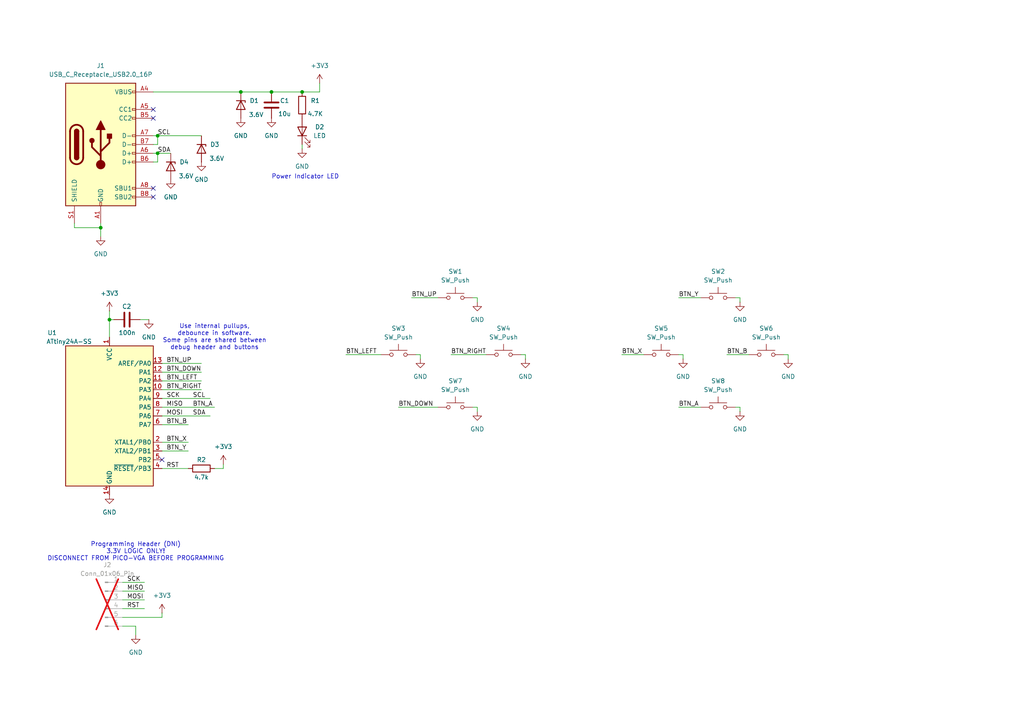
<source format=kicad_sch>
(kicad_sch (version 20231120) (generator "eeschema") (generator_version "8.0")
  (paper "A4")
  (lib_symbols
    (symbol "+3V3_1" (power) (pin_numbers hide) (pin_names (offset 0) hide)
      (property "Value" "+3V3" (at 0 3.556 0))
      (symbol "+3V3_1_0_1"
        (polyline (pts (xy -0.762 1.27) (xy 0 2.54)))
        (polyline (pts (xy 0 0) (xy 0 2.54)))
        (polyline (pts (xy 0 2.54) (xy 0.762 1.27)))
      )
      (symbol "+3V3_1_1_1"
        (pin power_in line (at 0 0 90) (length 0) (name "~") (number "1"))
      )
    )
    (symbol "Connector:Conn_01x06_Pin" (pin_names (offset 1.016) hide)
      (property "Reference" "J" (at 0 7.62 0))
      (property "Value" "Conn_01x06_Pin" (at 0 -10.16 0))
      (symbol "Conn_01x06_Pin_1_1"
        (polyline (pts (xy 1.27 -7.62) (xy 0.8636 -7.62)) (stroke (width 0.1524)))
        (polyline (pts (xy 1.27 -5.08) (xy 0.8636 -5.08)) (stroke (width 0.1524)))
        (polyline (pts (xy 1.27 -2.54) (xy 0.8636 -2.54)) (stroke (width 0.1524)))
        (polyline (pts (xy 1.27 0) (xy 0.8636 0)) (stroke (width 0.1524)))
        (polyline (pts (xy 1.27 2.54) (xy 0.8636 2.54)) (stroke (width 0.1524)))
        (polyline (pts (xy 1.27 5.08) (xy 0.8636 5.08)) (stroke (width 0.1524)))
        (rectangle (start 0.8636 -7.493) (end 0 -7.747) (stroke (width 0.1524)) (fill (type outline)))
        (rectangle (start 0.8636 -4.953) (end 0 -5.207) (stroke (width 0.1524)) (fill (type outline)))
        (rectangle (start 0.8636 -2.413) (end 0 -2.667) (stroke (width 0.1524)) (fill (type outline)))
        (rectangle (start 0.8636 0.127) (end 0 -0.127) (stroke (width 0.1524)) (fill (type outline)))
        (rectangle (start 0.8636 2.667) (end 0 2.413) (stroke (width 0.1524)) (fill (type outline)))
        (rectangle (start 0.8636 5.207) (end 0 4.953) (stroke (width 0.1524)) (fill (type outline)))
        (pin passive line (at 5.08 5.08 180) (length 3.81) (name "Pin_1") (number "1"))
        (pin passive line (at 5.08 2.54 180) (length 3.81) (name "Pin_2") (number "2"))
        (pin passive line (at 5.08 0 180) (length 3.81) (name "Pin_3") (number "3"))
        (pin passive line (at 5.08 -2.54 180) (length 3.81) (name "Pin_4") (number "4"))
        (pin passive line (at 5.08 -5.08 180) (length 3.81) (name "Pin_5") (number "5"))
        (pin passive line (at 5.08 -7.62 180) (length 3.81) (name "Pin_6") (number "6"))
      )
    )
    (symbol "Connector:USB_C_Receptacle_USB2.0_16P" (pin_names (offset 1.016))
      (property "Reference" "J" (at 0 22.225 0))
      (property "Value" "USB_C_Receptacle_USB2.0_16P" (at 0 19.685 0))
      (symbol "USB_C_Receptacle_USB2.0_16P_0_0"
        (rectangle (start -0.254 -17.78) (end 0.254 -16.764))
        (rectangle (start 10.16 -14.986) (end 9.144 -15.494))
        (rectangle (start 10.16 -12.446) (end 9.144 -12.954))
        (rectangle (start 10.16 -4.826) (end 9.144 -5.334))
        (rectangle (start 10.16 -2.286) (end 9.144 -2.794))
        (rectangle (start 10.16 0.254) (end 9.144 -0.254))
        (rectangle (start 10.16 2.794) (end 9.144 2.286))
        (rectangle (start 10.16 7.874) (end 9.144 7.366))
        (rectangle (start 10.16 10.414) (end 9.144 9.906))
        (rectangle (start 10.16 15.494) (end 9.144 14.986))
      )
      (symbol "USB_C_Receptacle_USB2.0_16P_0_1"
        (rectangle (start -10.16 17.78) (end 10.16 -17.78) (stroke (width 0.254)) (fill (type background)))
        (arc (start -8.89 -3.81) (mid -6.985 -5.7067) (end -5.08 -3.81) (stroke (width 0.508)))
        (arc (start -7.62 -3.81) (mid -6.985 -4.4423) (end -6.35 -3.81) (stroke (width 0.254)))
        (arc (start -7.62 -3.81) (mid -6.985 -4.4423) (end -6.35 -3.81) (stroke (width 0.254)) (fill (type outline)))
        (rectangle (start -7.62 -3.81) (end -6.35 3.81) (stroke (width 0.254)) (fill (type outline)))
        (arc (start -6.35 3.81) (mid -6.985 4.4423) (end -7.62 3.81) (stroke (width 0.254)))
        (arc (start -6.35 3.81) (mid -6.985 4.4423) (end -7.62 3.81) (stroke (width 0.254)) (fill (type outline)))
        (arc (start -5.08 3.81) (mid -6.985 5.7067) (end -8.89 3.81) (stroke (width 0.508)))
        (circle (center -2.54 1.143) (radius 0.635) (stroke (width 0.254)) (fill (type outline)))
        (circle (center 0 -5.842) (radius 1.27) (fill (type outline)))
        (polyline (pts (xy -8.89 -3.81) (xy -8.89 3.81)) (stroke (width 0.508)))
        (polyline (pts (xy -5.08 3.81) (xy -5.08 -3.81)) (stroke (width 0.508)))
        (polyline (pts (xy 0 -5.842) (xy 0 4.318)) (stroke (width 0.508)))
        (polyline (pts (xy 0 -3.302) (xy -2.54 -0.762) (xy -2.54 0.508)) (stroke (width 0.508)))
        (polyline (pts (xy 0 -2.032) (xy 2.54 0.508) (xy 2.54 1.778)) (stroke (width 0.508)))
        (polyline (pts (xy -1.27 4.318) (xy 0 6.858) (xy 1.27 4.318) (xy -1.27 4.318)) (stroke (width 0.254)) (fill (type outline)))
        (rectangle (start 1.905 1.778) (end 3.175 3.048) (stroke (width 0.254)) (fill (type outline)))
      )
      (symbol "USB_C_Receptacle_USB2.0_16P_1_1"
        (pin passive line (at 0 -22.86 90) (length 5.08) (name "GND") (number "A1"))
        (pin passive line (at 0 -22.86 90) (length 5.08) hide (name "GND") (number "A12"))
        (pin passive line (at 15.24 15.24 180) (length 5.08) (name "VBUS") (number "A4"))
        (pin bidirectional line (at 15.24 10.16 180) (length 5.08) (name "CC1") (number "A5"))
        (pin bidirectional line (at 15.24 -2.54 180) (length 5.08) (name "D+") (number "A6"))
        (pin bidirectional line (at 15.24 2.54 180) (length 5.08) (name "D-") (number "A7"))
        (pin bidirectional line (at 15.24 -12.7 180) (length 5.08) (name "SBU1") (number "A8"))
        (pin passive line (at 15.24 15.24 180) (length 5.08) hide (name "VBUS") (number "A9"))
        (pin passive line (at 0 -22.86 90) (length 5.08) hide (name "GND") (number "B1"))
        (pin passive line (at 0 -22.86 90) (length 5.08) hide (name "GND") (number "B12"))
        (pin passive line (at 15.24 15.24 180) (length 5.08) hide (name "VBUS") (number "B4"))
        (pin bidirectional line (at 15.24 7.62 180) (length 5.08) (name "CC2") (number "B5"))
        (pin bidirectional line (at 15.24 -5.08 180) (length 5.08) (name "D+") (number "B6"))
        (pin bidirectional line (at 15.24 0 180) (length 5.08) (name "D-") (number "B7"))
        (pin bidirectional line (at 15.24 -15.24 180) (length 5.08) (name "SBU2") (number "B8"))
        (pin passive line (at 15.24 15.24 180) (length 5.08) hide (name "VBUS") (number "B9"))
        (pin passive line (at -7.62 -22.86 90) (length 5.08) (name "SHIELD") (number "S1"))
      )
    )
    (symbol "Device:C" (pin_numbers hide) (pin_names (offset 0.254))
      (property "Reference" "C" (at 0.635 2.54 0))
      (property "Value" "C" (at 0.635 -2.54 0))
      (symbol "C_0_1"
        (polyline (pts (xy -2.032 -0.762) (xy 2.032 -0.762)) (stroke (width 0.508)))
        (polyline (pts (xy -2.032 0.762) (xy 2.032 0.762)) (stroke (width 0.508)))
      )
      (symbol "C_1_1"
        (pin passive line (at 0 3.81 270) (length 2.794) (name "~") (number "1"))
        (pin passive line (at 0 -3.81 90) (length 2.794) (name "~") (number "2"))
      )
    )
    (symbol "Device:D_Zener" (pin_numbers hide) (pin_names (offset 1.016) hide)
      (property "Reference" "D" (at 0 2.54 0))
      (property "Value" "D_Zener" (at 0 -2.54 0))
      (symbol "D_Zener_0_1"
        (polyline (pts (xy 1.27 0) (xy -1.27 0)))
        (polyline (pts (xy -1.27 -1.27) (xy -1.27 1.27) (xy -0.762 1.27)) (stroke (width 0.254)))
        (polyline (pts (xy 1.27 -1.27) (xy 1.27 1.27) (xy -1.27 0) (xy 1.27 -1.27)) (stroke (width 0.254)))
      )
      (symbol "D_Zener_1_1"
        (pin passive line (at -3.81 0 0) (length 2.54) (name "K") (number "1"))
        (pin passive line (at 3.81 0 180) (length 2.54) (name "A") (number "2"))
      )
    )
    (symbol "Device:LED" (pin_numbers hide) (pin_names (offset 1.016) hide)
      (property "Reference" "D" (at 0 2.54 0))
      (property "Value" "LED" (at 0 -2.54 0))
      (symbol "LED_0_1"
        (polyline (pts (xy -1.27 -1.27) (xy -1.27 1.27)) (stroke (width 0.254)))
        (polyline (pts (xy -1.27 0) (xy 1.27 0)))
        (polyline (pts (xy 1.27 -1.27) (xy 1.27 1.27) (xy -1.27 0) (xy 1.27 -1.27)) (stroke (width 0.254)))
        (polyline (pts (xy -3.048 -0.762) (xy -4.572 -2.286) (xy -3.81 -2.286) (xy -4.572 -2.286) (xy -4.572 -1.524)))
        (polyline (pts (xy -1.778 -0.762) (xy -3.302 -2.286) (xy -2.54 -2.286) (xy -3.302 -2.286) (xy -3.302 -1.524)))
      )
      (symbol "LED_1_1"
        (pin passive line (at -3.81 0 0) (length 2.54) (name "K") (number "1"))
        (pin passive line (at 3.81 0 180) (length 2.54) (name "A") (number "2"))
      )
    )
    (symbol "Device:R" (pin_numbers hide) (pin_names (offset 0))
      (property "Reference" "R" (at 2.032 0 90))
      (property "Value" "R" (at 0 0 90))
      (symbol "R_0_1"
        (rectangle (start -1.016 -2.54) (end 1.016 2.54) (stroke (width 0.254)))
      )
      (symbol "R_1_1"
        (pin passive line (at 0 3.81 270) (length 1.27) (name "~") (number "1"))
        (pin passive line (at 0 -3.81 90) (length 1.27) (name "~") (number "2"))
      )
    )
    (symbol "MCU_Microchip_ATtiny:ATtiny24A-SS"
      (property "Reference" "U" (at -12.7 21.59 0))
      (property "Value" "ATtiny24A-SS" (at 2.54 -21.59 0))
      (symbol "ATtiny24A-SS_0_1"
        (rectangle (start -12.7 -20.32) (end 12.7 20.32) (stroke (width 0.254)) (fill (type background)))
      )
      (symbol "ATtiny24A-SS_1_1"
        (pin power_in line (at 0 22.86 270) (length 2.54) (name "VCC") (number "1"))
        (pin bidirectional line (at 15.24 7.62 180) (length 2.54) (name "PA3") (number "10"))
        (pin bidirectional line (at 15.24 10.16 180) (length 2.54) (name "PA2") (number "11"))
        (pin bidirectional line (at 15.24 12.7 180) (length 2.54) (name "PA1") (number "12"))
        (pin bidirectional line (at 15.24 15.24 180) (length 2.54) (name "AREF/PA0") (number "13"))
        (pin power_in line (at 0 -22.86 90) (length 2.54) (name "GND") (number "14"))
        (pin bidirectional line (at 15.24 -7.62 180) (length 2.54) (name "XTAL1/PB0") (number "2"))
        (pin bidirectional line (at 15.24 -10.16 180) (length 2.54) (name "XTAL2/PB1") (number "3"))
        (pin bidirectional line (at 15.24 -15.24 180) (length 2.54) (name "~{RESET}/PB3") (number "4"))
        (pin bidirectional line (at 15.24 -12.7 180) (length 2.54) (name "PB2") (number "5"))
        (pin bidirectional line (at 15.24 -2.54 180) (length 2.54) (name "PA7") (number "6"))
        (pin bidirectional line (at 15.24 0 180) (length 2.54) (name "PA6") (number "7"))
        (pin bidirectional line (at 15.24 2.54 180) (length 2.54) (name "PA5") (number "8"))
        (pin bidirectional line (at 15.24 5.08 180) (length 2.54) (name "PA4") (number "9"))
      )
    )
    (symbol "Switch:SW_Push" (pin_numbers hide) (pin_names (offset 1.016) hide)
      (property "Reference" "SW" (at 1.27 2.54 0))
      (property "Value" "SW_Push" (at 0 -1.524 0))
      (symbol "SW_Push_0_1"
        (circle (center -2.032 0) (radius 0.508))
        (polyline (pts (xy 0 1.27) (xy 0 3.048)))
        (polyline (pts (xy 2.54 1.27) (xy -2.54 1.27)))
        (circle (center 2.032 0) (radius 0.508))
        (pin passive line (at -5.08 0 0) (length 2.54) (name "1") (number "1"))
        (pin passive line (at 5.08 0 180) (length 2.54) (name "2") (number "2"))
      )
    )
    (symbol "power:GND" (power) (pin_numbers hide) (pin_names (offset 0) hide)
      (property "Value" "GND" (at 0 -3.81 0))
      (symbol "GND_0_1"
        (polyline (pts (xy 0 0) (xy 0 -1.27) (xy 1.27 -1.27) (xy 0 -2.54) (xy -1.27 -1.27) (xy 0 -1.27)))
      )
      (symbol "GND_1_1"
        (pin power_in line (at 0 0 270) (length 0) (name "~") (number "1"))
      )
    )
  )
  (junction (at 78.74 26.67))
  (junction (at 45.72 44.45))
  (junction (at 31.75 92.71))
  (junction (at 45.72 39.37))
  (junction (at 69.85 26.67))
  (junction (at 87.63 26.67))
  (junction (at 29.21 66.04))
  (no_connect (at 44.45 34.29))
  (no_connect (at 44.45 54.61))
  (no_connect (at 46.99 133.35))
  (no_connect (at 44.45 31.75))
  (no_connect (at 44.45 57.15))
  (wire (pts (xy 44.45 46.99) (xy 45.72 46.99)))
  (wire (pts (xy 46.99 105.41) (xy 58.42 105.41)))
  (wire (pts (xy 35.56 171.45) (xy 41.91 171.45)))
  (wire (pts (xy 121.92 102.87) (xy 120.65 102.87)))
  (wire (pts (xy 35.56 181.61) (xy 39.37 181.61)))
  (wire (pts (xy 45.72 41.91) (xy 45.72 39.37)))
  (wire (pts (xy 29.21 64.77) (xy 29.21 66.04)))
  (wire (pts (xy 210.82 102.87) (xy 217.17 102.87)))
  (wire (pts (xy 214.63 87.63) (xy 214.63 86.36)))
  (wire (pts (xy 138.43 87.63) (xy 138.43 86.36)))
  (wire (pts (xy 46.99 118.11) (xy 62.23 118.11)))
  (wire (pts (xy 138.43 118.11) (xy 137.16 118.11)))
  (wire (pts (xy 119.38 86.36) (xy 127 86.36)))
  (wire (pts (xy 196.85 118.11) (xy 203.2 118.11)))
  (wire (pts (xy 44.45 41.91) (xy 45.72 41.91)))
  (wire (pts (xy 46.99 115.57) (xy 60.96 115.57)))
  (wire (pts (xy 87.63 43.18) (xy 87.63 41.91)))
  (wire (pts (xy 46.99 110.49) (xy 58.42 110.49)))
  (wire (pts (xy 87.63 26.67) (xy 92.71 26.67)))
  (wire (pts (xy 21.59 64.77) (xy 21.59 66.04)))
  (wire (pts (xy 35.56 173.99) (xy 41.91 173.99)))
  (wire (pts (xy 45.72 39.37) (xy 44.45 39.37)))
  (wire (pts (xy 33.02 92.71) (xy 31.75 92.71)))
  (wire (pts (xy 35.56 168.91) (xy 41.91 168.91)))
  (wire (pts (xy 46.99 179.07) (xy 35.56 179.07)))
  (wire (pts (xy 138.43 119.38) (xy 138.43 118.11)))
  (wire (pts (xy 100.33 102.87) (xy 110.49 102.87)))
  (wire (pts (xy 64.77 134.62) (xy 64.77 135.89)))
  (wire (pts (xy 196.85 86.36) (xy 203.2 86.36)))
  (wire (pts (xy 62.23 135.89) (xy 64.77 135.89)))
  (wire (pts (xy 45.72 44.45) (xy 49.53 44.45)))
  (wire (pts (xy 29.21 66.04) (xy 29.21 68.58)))
  (wire (pts (xy 46.99 107.95) (xy 58.42 107.95)))
  (wire (pts (xy 40.64 92.71) (xy 43.18 92.71)))
  (wire (pts (xy 214.63 118.11) (xy 213.36 118.11)))
  (wire (pts (xy 45.72 44.45) (xy 44.45 44.45)))
  (wire (pts (xy 46.99 177.8) (xy 46.99 179.07)))
  (wire (pts (xy 45.72 44.45) (xy 45.72 46.99)))
  (wire (pts (xy 228.6 102.87) (xy 227.33 102.87)))
  (wire (pts (xy 138.43 86.36) (xy 137.16 86.36)))
  (wire (pts (xy 31.75 92.71) (xy 31.75 97.79)))
  (wire (pts (xy 152.4 102.87) (xy 151.13 102.87)))
  (wire (pts (xy 46.99 128.27) (xy 54.61 128.27)))
  (wire (pts (xy 78.74 26.67) (xy 87.63 26.67)))
  (wire (pts (xy 44.45 26.67) (xy 69.85 26.67)))
  (wire (pts (xy 214.63 86.36) (xy 213.36 86.36)))
  (wire (pts (xy 46.99 120.65) (xy 60.96 120.65)))
  (wire (pts (xy 46.99 113.03) (xy 58.42 113.03)))
  (wire (pts (xy 228.6 104.14) (xy 228.6 102.87)))
  (wire (pts (xy 180.34 102.87) (xy 186.69 102.87)))
  (wire (pts (xy 35.56 176.53) (xy 41.91 176.53)))
  (wire (pts (xy 31.75 90.17) (xy 31.75 92.71)))
  (wire (pts (xy 198.12 102.87) (xy 196.85 102.87)))
  (wire (pts (xy 69.85 26.67) (xy 78.74 26.67)))
  (wire (pts (xy 121.92 104.14) (xy 121.92 102.87)))
  (wire (pts (xy 45.72 39.37) (xy 58.42 39.37)))
  (wire (pts (xy 92.71 26.67) (xy 92.71 24.13)))
  (wire (pts (xy 130.81 102.87) (xy 140.97 102.87)))
  (wire (pts (xy 21.59 66.04) (xy 29.21 66.04)))
  (wire (pts (xy 46.99 135.89) (xy 54.61 135.89)))
  (wire (pts (xy 152.4 104.14) (xy 152.4 102.87)))
  (wire (pts (xy 46.99 130.81) (xy 54.61 130.81)))
  (wire (pts (xy 46.99 123.19) (xy 54.61 123.19)))
  (wire (pts (xy 39.37 181.61) (xy 39.37 184.15)))
  (wire (pts (xy 198.12 104.14) (xy 198.12 102.87)))
  (wire (pts (xy 115.57 118.11) (xy 127 118.11)))
  (wire (pts (xy 214.63 119.38) (xy 214.63 118.11)))
  (text "Use internal pullups,\ndebounce in software.\nSome pins are shared between\ndebug header and buttons" (at 62.23 97.79 0) (effects (font (size 1.27 1.27))))
  (text "Programming Header (DNI)\n3.3V LOGIC ONLY!\nDISCONNECT FROM PICO-VGA BEFORE PROGRAMMING" (at 39.37 160.02 0) (effects (font (size 1.27 1.27))))
  (text "Power Indicator LED" (at 78.74 52.07 0) (effects (font (size 1.27 1.27)) (justify left bottom)))
  (label "BTN_LEFT" (at 48.26 110.49 0))
  (label "BTN_B" (at 210.82 102.87 0))
  (label "BTN_X" (at 48.26 128.27 0))
  (label "BTN_LEFT" (at 100.33 102.87 0))
  (label "SDA" (at 45.72 44.45 0))
  (label "BTN_RIGHT" (at 48.26 113.03 0))
  (label "SCK" (at 36.83 168.91 0))
  (label "BTN_DOWN" (at 115.57 118.11 0))
  (label "MISO" (at 48.26 118.11 0))
  (label "BTN_X" (at 180.34 102.87 0))
  (label "BTN_Y" (at 48.26 130.81 0))
  (label "BTN_RIGHT" (at 130.81 102.87 0))
  (label "RST" (at 36.83 176.53 0))
  (label "BTN_Y" (at 196.85 86.36 0))
  (label "BTN_UP" (at 119.38 86.36 0))
  (label "MISO" (at 36.83 171.45 0))
  (label "BTN_DOWN" (at 48.26 107.95 0))
  (label "SCL" (at 55.88 115.57 0))
  (label "MOSI" (at 48.26 120.65 0))
  (label "SCL" (at 45.72 39.37 0))
  (label "BTN_B" (at 48.26 123.19 0))
  (label "SDA" (at 55.88 120.65 0))
  (label "BTN_A" (at 55.88 118.11 0))
  (label "SCK" (at 48.26 115.57 0))
  (label "BTN_UP" (at 48.26 105.41 0))
  (label "BTN_A" (at 196.85 118.11 0))
  (label "RST" (at 48.26 135.89 0))
  (label "MOSI" (at 36.83 173.99 0))
  (symbol (lib_id "power:GND") (at 39.37 184.15 0) (unit 1)
    (property "Reference" "#PWR020" (effects (hide yes)))
    (property "Value" "GND" (at 39.37 189.23 0))
    (property "Description" "Power symbol creates a global label with name \"GND\" , ground" (effects (hide yes)))
  )
  (symbol (lib_id "Switch:SW_Push") (at 208.28 86.36 0) (unit 1)
    (property "Reference" "SW2" (at 208.28 78.74 0))
    (property "Value" "SW_Push" (at 208.28 81.28 0))
    (property "Footprint" "controller:SW_Push_1P1T_12MM_SMD_AND_THT" (effects (hide yes)))
    (property "Description" "Push button switch, generic, two pins" (effects (hide yes)))
  )
  (symbol (lib_id "Device:R") (at 87.63 30.48 0) (unit 1)
    (property "Reference" "R1" (at 91.44 29.21 0))
    (property "Value" "4.7K" (at 91.44 33.02 0))
    (property "Footprint" "Resistor_SMD:R_0805_2012Metric_Pad1.20x1.40mm_HandSolder" (effects (hide yes)))
  )
  (symbol (lib_id "Device:D_Zener") (at 69.85 30.48 270) (unit 1)
    (property "Reference" "D1" (at 72.39 29.2099 90) (effects (justify left)))
    (property "Value" "3.6V" (at 72.136 33.274 90) (effects (justify left)))
    (property "Footprint" "Diode_SMD:D_SOD-123" (effects (hide yes)))
    (property "Part Number" "MMSZ5227B-7-F" (effects (hide yes)))
  )
  (symbol (lib_name "+3V3_1") (lib_id "power:+3V3") (at 46.99 177.8 0) (unit 1)
    (property "Reference" "#PWR021" (effects (hide yes)))
    (property "Value" "+3V3" (at 46.99 172.72 0))
    (property "Description" "Power symbol creates a global label with name \"+3V3\"" (effects (hide yes)))
  )
  (symbol (lib_id "power:GND") (at 198.12 104.14 0) (unit 1)
    (property "Reference" "#PWR014" (effects (hide yes)))
    (property "Value" "GND" (at 198.12 109.22 0))
    (property "Description" "Power symbol creates a global label with name \"GND\" , ground" (effects (hide yes)))
  )
  (symbol (lib_id "power:GND") (at 138.43 87.63 0) (unit 1)
    (property "Reference" "#PWR08" (effects (hide yes)))
    (property "Value" "GND" (at 138.43 92.71 0))
    (property "Description" "Power symbol creates a global label with name \"GND\" , ground" (effects (hide yes)))
  )
  (symbol (lib_id "Device:C") (at 78.74 30.48 0) (mirror x) (unit 1)
    (property "Reference" "C1" (at 82.55 29.21 0))
    (property "Value" "10u" (at 82.55 33.02 0))
    (property "Footprint" "Capacitor_SMD:C_0805_2012Metric_Pad1.18x1.45mm_HandSolder" (effects (hide yes)))
    (property "Description" "10uF, 25V" (effects (hide yes)))
  )
  (symbol (lib_id "power:GND") (at 29.21 68.58 0) (unit 1)
    (property "Reference" "#PWR07" (effects (hide yes)))
    (property "Value" "GND" (at 29.21 73.66 0))
    (property "Description" "Power symbol creates a global label with name \"GND\" , ground" (effects (hide yes)))
  )
  (symbol (lib_id "Device:C") (at 36.83 92.71 90) (mirror x) (unit 1)
    (property "Reference" "C2" (at 38.1 88.9 90) (effects (justify left)))
    (property "Value" "100n" (at 39.37 96.52 90) (effects (justify left)))
    (property "Footprint" "Capacitor_SMD:C_0805_2012Metric_Pad1.18x1.45mm_HandSolder" (effects (hide yes)))
    (property "Description" "Unpolarized capacitor" (effects (hide yes)))
  )
  (symbol (lib_name "+3V3_1") (lib_id "power:+3V3") (at 31.75 90.17 0) (unit 1)
    (property "Reference" "#PWR010" (effects (hide yes)))
    (property "Value" "+3V3" (at 31.75 85.09 0))
    (property "Description" "Power symbol creates a global label with name \"+3V3\"" (effects (hide yes)))
  )
  (symbol (lib_id "MCU_Microchip_ATtiny:ATtiny24A-SS") (at 31.75 120.65 0) (unit 1)
    (property "Reference" "U1" (at 16.51 96.52 0) (effects (justify right)))
    (property "Value" "ATtiny24A-SS" (at 26.67 99.06 0) (effects (justify right)))
    (property "Footprint" "Package_SO:SOIC-14_3.9x8.7mm_P1.27mm" (effects (hide yes)))
    (property "Datasheet" "http://ww1.microchip.com/downloads/en/DeviceDoc/doc8183.pdf" (effects (hide yes)))
    (property "Description" "20MHz, 2kB Flash, 128B SRAM, 128B EEPROM, debugWIRE, SOIC-14" (effects (hide yes)))
  )
  (symbol (lib_id "Switch:SW_Push") (at 132.08 86.36 0) (unit 1)
    (property "Reference" "SW1" (at 132.08 78.74 0))
    (property "Value" "SW_Push" (at 132.08 81.28 0))
    (property "Footprint" "controller:SW_Push_1P1T_12MM_SMD_AND_THT" (effects (hide yes)))
    (property "Description" "Push button switch, generic, two pins" (effects (hide yes)))
  )
  (symbol (lib_name "+3V3_1") (lib_id "power:+3V3") (at 64.77 134.62 0) (unit 1)
    (property "Reference" "#PWR018" (effects (hide yes)))
    (property "Value" "+3V3" (at 64.77 129.54 0))
    (property "Description" "Power symbol creates a global label with name \"+3V3\"" (effects (hide yes)))
  )
  (symbol (lib_id "power:GND") (at 152.4 104.14 0) (unit 1)
    (property "Reference" "#PWR013" (effects (hide yes)))
    (property "Value" "GND" (at 152.4 109.22 0))
    (property "Description" "Power symbol creates a global label with name \"GND\" , ground" (effects (hide yes)))
  )
  (symbol (lib_id "power:GND") (at 214.63 87.63 0) (unit 1)
    (property "Reference" "#PWR09" (effects (hide yes)))
    (property "Value" "GND" (at 214.63 92.71 0))
    (property "Description" "Power symbol creates a global label with name \"GND\" , ground" (effects (hide yes)))
  )
  (symbol (lib_id "Device:D_Zener") (at 58.42 43.18 270) (unit 1)
    (property "Reference" "D3" (at 60.96 41.9099 90) (effects (justify left)))
    (property "Value" "3.6V" (at 60.706 45.974 90) (effects (justify left)))
    (property "Footprint" "Diode_SMD:D_SOD-123" (effects (hide yes)))
    (property "Part Number" "MMSZ5227B-7-F" (effects (hide yes)))
  )
  (symbol (lib_id "power:GND") (at 69.85 34.29 0) (unit 1)
    (property "Reference" "#PWR02" (effects (hide yes)))
    (property "Value" "GND" (at 69.85 39.37 0))
    (property "Description" "Power symbol creates a global label with name \"GND\" , ground" (effects (hide yes)))
  )
  (symbol (lib_id "power:GND") (at 214.63 119.38 0) (unit 1)
    (property "Reference" "#PWR017" (effects (hide yes)))
    (property "Value" "GND" (at 214.63 124.46 0))
    (property "Description" "Power symbol creates a global label with name \"GND\" , ground" (effects (hide yes)))
  )
  (symbol (lib_id "power:GND") (at 138.43 119.38 0) (unit 1)
    (property "Reference" "#PWR016" (effects (hide yes)))
    (property "Value" "GND" (at 138.43 124.46 0))
    (property "Description" "Power symbol creates a global label with name \"GND\" , ground" (effects (hide yes)))
  )
  (symbol (lib_id "power:GND") (at 58.42 46.99 0) (unit 1)
    (property "Reference" "#PWR05" (effects (hide yes)))
    (property "Value" "GND" (at 58.42 52.07 0))
    (property "Description" "Power symbol creates a global label with name \"GND\" , ground" (effects (hide yes)))
  )
  (symbol (lib_id "power:GND") (at 31.75 143.51 0) (unit 1)
    (property "Reference" "#PWR019" (effects (hide yes)))
    (property "Value" "GND" (at 31.75 148.59 0))
    (property "Description" "Power symbol creates a global label with name \"GND\" , ground" (effects (hide yes)))
  )
  (symbol (lib_id "Device:D_Zener") (at 49.53 48.26 270) (unit 1)
    (property "Reference" "D4" (at 52.07 46.9899 90) (effects (justify left)))
    (property "Value" "3.6V" (at 51.816 51.054 90) (effects (justify left)))
    (property "Footprint" "Diode_SMD:D_SOD-123" (effects (hide yes)))
    (property "Part Number" "MMSZ5227B-7-F" (effects (hide yes)))
  )
  (symbol (lib_id "power:GND") (at 78.74 34.29 0) (unit 1)
    (property "Reference" "#PWR03" (effects (hide yes)))
    (property "Value" "GND" (at 78.74 39.37 0))
    (property "Description" "Power symbol creates a global label with name \"GND\" , ground" (effects (hide yes)))
  )
  (symbol (lib_id "Connector:USB_C_Receptacle_USB2.0_16P") (at 29.21 41.91 0) (unit 1)
    (property "Reference" "J1" (at 29.21 19.05 0))
    (property "Value" "USB_C_Receptacle_USB2.0_16P" (at 29.21 21.59 0))
    (property "Footprint" "controller:USB_C_Receptacle_Molex_2169900003" (effects (hide yes)))
    (property "Datasheet" "https://www.usb.org/sites/default/files/documents/usb_type-c.zip" (effects (hide yes)))
    (property "Description" "USB 2.0-only 16P Type-C Receptacle connector" (effects (hide yes)))
  )
  (symbol (lib_id "Device:R") (at 58.42 135.89 90) (unit 1)
    (property "Reference" "R2" (at 58.42 133.35 90))
    (property "Value" "4.7k" (at 58.42 138.43 90))
    (property "Footprint" "Resistor_SMD:R_0805_2012Metric_Pad1.20x1.40mm_HandSolder" (effects (hide yes)))
    (property "Description" "Resistor" (effects (hide yes)))
  )
  (symbol (lib_id "power:GND") (at 49.53 52.07 0) (unit 1)
    (property "Reference" "#PWR06" (effects (hide yes)))
    (property "Value" "GND" (at 49.53 57.15 0))
    (property "Description" "Power symbol creates a global label with name \"GND\" , ground" (effects (hide yes)))
  )
  (symbol (lib_id "Connector:Conn_01x06_Pin") (at 30.48 173.99 0) (unit 1) (dnp yes)
    (property "Reference" "J2" (at 31.115 163.83 0))
    (property "Value" "Conn_01x06_Pin" (at 31.115 166.37 0))
    (property "Footprint" "Connector_PinHeader_2.54mm:PinHeader_1x06_P2.54mm_Vertical" (effects (hide yes)))
    (property "Description" "Generic connector, single row, 01x06, script generated" (effects (hide yes)))
  )
  (symbol (lib_id "Switch:SW_Push") (at 208.28 118.11 0) (unit 1)
    (property "Reference" "SW8" (at 208.28 110.49 0))
    (property "Value" "SW_Push" (at 208.28 113.03 0))
    (property "Footprint" "controller:SW_Push_1P1T_12MM_SMD_AND_THT" (effects (hide yes)))
    (property "Description" "Push button switch, generic, two pins" (effects (hide yes)))
  )
  (symbol (lib_id "Switch:SW_Push") (at 191.77 102.87 0) (unit 1)
    (property "Reference" "SW5" (at 191.77 95.25 0))
    (property "Value" "SW_Push" (at 191.77 97.79 0))
    (property "Footprint" "controller:SW_Push_1P1T_12MM_SMD_AND_THT" (effects (hide yes)))
    (property "Description" "Push button switch, generic, two pins" (effects (hide yes)))
  )
  (symbol (lib_id "Switch:SW_Push") (at 132.08 118.11 0) (unit 1)
    (property "Reference" "SW7" (at 132.08 110.49 0))
    (property "Value" "SW_Push" (at 132.08 113.03 0))
    (property "Footprint" "controller:SW_Push_1P1T_12MM_SMD_AND_THT" (effects (hide yes)))
    (property "Description" "Push button switch, generic, two pins" (effects (hide yes)))
  )
  (symbol (lib_id "power:GND") (at 43.18 92.71 0) (unit 1)
    (property "Reference" "#PWR011" (effects (hide yes)))
    (property "Value" "GND" (at 43.18 97.79 0))
    (property "Description" "Power symbol creates a global label with name \"GND\" , ground" (effects (hide yes)))
  )
  (symbol (lib_id "power:GND") (at 228.6 104.14 0) (unit 1)
    (property "Reference" "#PWR015" (effects (hide yes)))
    (property "Value" "GND" (at 228.6 109.22 0))
    (property "Description" "Power symbol creates a global label with name \"GND\" , ground" (effects (hide yes)))
  )
  (symbol (lib_id "power:GND") (at 87.63 43.18 0) (unit 1)
    (property "Reference" "#PWR04" (effects (hide yes)))
    (property "Value" "GND" (at 87.63 48.26 0))
    (property "Description" "Power symbol creates a global label with name \"GND\" , ground" (effects (hide yes)))
  )
  (symbol (lib_id "Device:LED") (at 87.63 38.1 90) (unit 1)
    (property "Reference" "D2" (at 92.71 36.83 90))
    (property "Value" "LED" (at 92.71 39.37 90))
    (property "Footprint" "LED_SMD:LED_0805_2012Metric_Pad1.15x1.40mm_HandSolder" (effects (hide yes)))
  )
  (symbol (lib_id "Switch:SW_Push") (at 146.05 102.87 0) (unit 1)
    (property "Reference" "SW4" (at 146.05 95.25 0))
    (property "Value" "SW_Push" (at 146.05 97.79 0))
    (property "Footprint" "controller:SW_Push_1P1T_12MM_SMD_AND_THT" (effects (hide yes)))
    (property "Description" "Push button switch, generic, two pins" (effects (hide yes)))
  )
  (symbol (lib_id "Switch:SW_Push") (at 222.25 102.87 0) (unit 1)
    (property "Reference" "SW6" (at 222.25 95.25 0))
    (property "Value" "SW_Push" (at 222.25 97.79 0))
    (property "Footprint" "controller:SW_Push_1P1T_12MM_SMD_AND_THT" (effects (hide yes)))
    (property "Description" "Push button switch, generic, two pins" (effects (hide yes)))
  )
  (symbol (lib_name "+3V3_1") (lib_id "power:+3V3") (at 92.71 24.13 0) (unit 1)
    (property "Reference" "#PWR01" (effects (hide yes)))
    (property "Value" "+3V3" (at 92.71 19.05 0))
    (property "Description" "Power symbol creates a global label with name \"+3V3\"" (effects (hide yes)))
  )
  (symbol (lib_id "Switch:SW_Push") (at 115.57 102.87 0) (unit 1)
    (property "Reference" "SW3" (at 115.57 95.25 0))
    (property "Value" "SW_Push" (at 115.57 97.79 0))
    (property "Footprint" "controller:SW_Push_1P1T_12MM_SMD_AND_THT" (effects (hide yes)))
    (property "Description" "Push button switch, generic, two pins" (effects (hide yes)))
  )
  (symbol (lib_id "power:GND") (at 121.92 104.14 0) (unit 1)
    (property "Reference" "#PWR012" (effects (hide yes)))
    (property "Value" "GND" (at 121.92 109.22 0))
    (property "Description" "Power symbol creates a global label with name \"GND\" , ground" (effects (hide yes)))
  )
)
</source>
